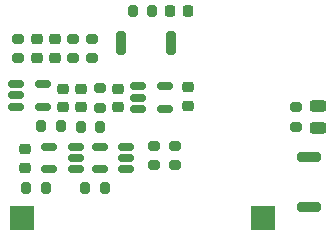
<source format=gbr>
%TF.GenerationSoftware,KiCad,Pcbnew,(6.0.0)*%
%TF.CreationDate,2022-03-02T17:10:44+00:00*%
%TF.ProjectId,Window sensor V5,57696e64-6f77-4207-9365-6e736f722056,rev?*%
%TF.SameCoordinates,Original*%
%TF.FileFunction,Paste,Top*%
%TF.FilePolarity,Positive*%
%FSLAX46Y46*%
G04 Gerber Fmt 4.6, Leading zero omitted, Abs format (unit mm)*
G04 Created by KiCad (PCBNEW (6.0.0)) date 2022-03-02 17:10:44*
%MOMM*%
%LPD*%
G01*
G04 APERTURE LIST*
G04 Aperture macros list*
%AMRoundRect*
0 Rectangle with rounded corners*
0 $1 Rounding radius*
0 $2 $3 $4 $5 $6 $7 $8 $9 X,Y pos of 4 corners*
0 Add a 4 corners polygon primitive as box body*
4,1,4,$2,$3,$4,$5,$6,$7,$8,$9,$2,$3,0*
0 Add four circle primitives for the rounded corners*
1,1,$1+$1,$2,$3*
1,1,$1+$1,$4,$5*
1,1,$1+$1,$6,$7*
1,1,$1+$1,$8,$9*
0 Add four rect primitives between the rounded corners*
20,1,$1+$1,$2,$3,$4,$5,0*
20,1,$1+$1,$4,$5,$6,$7,0*
20,1,$1+$1,$6,$7,$8,$9,0*
20,1,$1+$1,$8,$9,$2,$3,0*%
G04 Aperture macros list end*
%ADD10RoundRect,0.200000X-0.275000X0.200000X-0.275000X-0.200000X0.275000X-0.200000X0.275000X0.200000X0*%
%ADD11RoundRect,0.200000X0.275000X-0.200000X0.275000X0.200000X-0.275000X0.200000X-0.275000X-0.200000X0*%
%ADD12RoundRect,0.200000X0.200000X0.275000X-0.200000X0.275000X-0.200000X-0.275000X0.200000X-0.275000X0*%
%ADD13RoundRect,0.243750X0.456250X-0.243750X0.456250X0.243750X-0.456250X0.243750X-0.456250X-0.243750X0*%
%ADD14RoundRect,0.200000X0.200000X0.800000X-0.200000X0.800000X-0.200000X-0.800000X0.200000X-0.800000X0*%
%ADD15RoundRect,0.150000X0.512500X0.150000X-0.512500X0.150000X-0.512500X-0.150000X0.512500X-0.150000X0*%
%ADD16R,2.000000X2.000000*%
%ADD17RoundRect,0.225000X-0.250000X0.225000X-0.250000X-0.225000X0.250000X-0.225000X0.250000X0.225000X0*%
%ADD18RoundRect,0.150000X-0.512500X-0.150000X0.512500X-0.150000X0.512500X0.150000X-0.512500X0.150000X0*%
%ADD19RoundRect,0.200000X0.800000X-0.200000X0.800000X0.200000X-0.800000X0.200000X-0.800000X-0.200000X0*%
%ADD20RoundRect,0.225000X-0.225000X-0.250000X0.225000X-0.250000X0.225000X0.250000X-0.225000X0.250000X0*%
%ADD21RoundRect,0.200000X-0.200000X-0.275000X0.200000X-0.275000X0.200000X0.275000X-0.200000X0.275000X0*%
%ADD22RoundRect,0.225000X0.250000X-0.225000X0.250000X0.225000X-0.250000X0.225000X-0.250000X-0.225000X0*%
G04 APERTURE END LIST*
D10*
%TO.C,R5*%
X117195600Y-71615800D03*
X117195600Y-73265800D03*
%TD*%
D11*
%TO.C,R9*%
X130479800Y-82333600D03*
X130479800Y-80683600D03*
%TD*%
D12*
%TO.C,R8*%
X124142000Y-79070200D03*
X122492000Y-79070200D03*
%TD*%
D13*
%TO.C,D1*%
X142621000Y-79169500D03*
X142621000Y-77294500D03*
%TD*%
D14*
%TO.C,RESET*%
X130141400Y-72009000D03*
X125941400Y-72009000D03*
%TD*%
D12*
%TO.C,R6*%
X120789200Y-79044800D03*
X119139200Y-79044800D03*
%TD*%
D15*
%TO.C,U5*%
X122092300Y-82661800D03*
X122092300Y-81711800D03*
X122092300Y-80761800D03*
X119817300Y-80761800D03*
X119817300Y-82661800D03*
%TD*%
D16*
%TO.C,SW1*%
X117559000Y-86766400D03*
X137945000Y-86766400D03*
%TD*%
D17*
%TO.C,C3*%
X121005600Y-75856800D03*
X121005600Y-77406800D03*
%TD*%
D11*
%TO.C,R2*%
X124104400Y-77456800D03*
X124104400Y-75806800D03*
%TD*%
%TO.C,R4*%
X123418600Y-73265800D03*
X123418600Y-71615800D03*
%TD*%
%TO.C,R7*%
X128701800Y-82333600D03*
X128701800Y-80683600D03*
%TD*%
D18*
%TO.C,U2*%
X127335700Y-75656400D03*
X127335700Y-76606400D03*
X127335700Y-77556400D03*
X129610700Y-77556400D03*
X129610700Y-75656400D03*
%TD*%
D17*
%TO.C,C1*%
X131597400Y-75729800D03*
X131597400Y-77279800D03*
%TD*%
D19*
%TO.C,FLASH*%
X141833600Y-85843800D03*
X141833600Y-81643800D03*
%TD*%
D18*
%TO.C,U1*%
X116997900Y-75478600D03*
X116997900Y-76428600D03*
X116997900Y-77378600D03*
X119272900Y-77378600D03*
X119272900Y-75478600D03*
%TD*%
D11*
%TO.C,R3*%
X121862850Y-73265800D03*
X121862850Y-71615800D03*
%TD*%
D17*
%TO.C,C2*%
X125628400Y-75856800D03*
X125628400Y-77406800D03*
%TD*%
%TO.C,C4*%
X122555000Y-75856800D03*
X122555000Y-77406800D03*
%TD*%
D20*
%TO.C,C8*%
X130060400Y-69316600D03*
X131610400Y-69316600D03*
%TD*%
D11*
%TO.C,R11*%
X140690600Y-79077000D03*
X140690600Y-77427000D03*
%TD*%
D17*
%TO.C,C6*%
X118751350Y-71665800D03*
X118751350Y-73215800D03*
%TD*%
D21*
%TO.C,R10*%
X122873000Y-84226400D03*
X124523000Y-84226400D03*
%TD*%
D22*
%TO.C,C7*%
X117754400Y-82537600D03*
X117754400Y-80987600D03*
%TD*%
D12*
%TO.C,R1*%
X119519200Y-84251800D03*
X117869200Y-84251800D03*
%TD*%
D17*
%TO.C,C5*%
X120307100Y-71665800D03*
X120307100Y-73215800D03*
%TD*%
D15*
%TO.C,U4*%
X126359500Y-82687200D03*
X126359500Y-81737200D03*
X126359500Y-80787200D03*
X124084500Y-80787200D03*
X124084500Y-82687200D03*
%TD*%
D12*
%TO.C,R12*%
X128561600Y-69316600D03*
X126911600Y-69316600D03*
%TD*%
M02*

</source>
